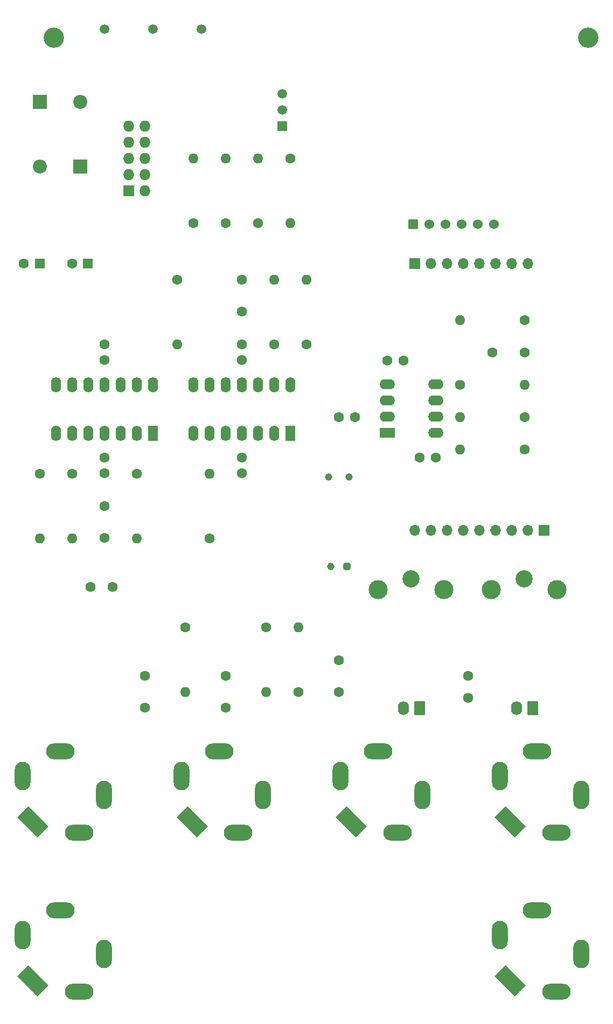
<source format=gts>
G04 #@! TF.GenerationSoftware,KiCad,Pcbnew,7.0.2-6a45011f42~172~ubuntu22.04.1*
G04 #@! TF.CreationDate,2023-05-18T09:51:25-04:00*
G04 #@! TF.ProjectId,springReverbRev2_BackPCB,73707269-6e67-4526-9576-657262526576,rev?*
G04 #@! TF.SameCoordinates,Original*
G04 #@! TF.FileFunction,Soldermask,Top*
G04 #@! TF.FilePolarity,Negative*
%FSLAX46Y46*%
G04 Gerber Fmt 4.6, Leading zero omitted, Abs format (unit mm)*
G04 Created by KiCad (PCBNEW 7.0.2-6a45011f42~172~ubuntu22.04.1) date 2023-05-18 09:51:25*
%MOMM*%
%LPD*%
G01*
G04 APERTURE LIST*
G04 Aperture macros list*
%AMRoundRect*
0 Rectangle with rounded corners*
0 $1 Rounding radius*
0 $2 $3 $4 $5 $6 $7 $8 $9 X,Y pos of 4 corners*
0 Add a 4 corners polygon primitive as box body*
4,1,4,$2,$3,$4,$5,$6,$7,$8,$9,$2,$3,0*
0 Add four circle primitives for the rounded corners*
1,1,$1+$1,$2,$3*
1,1,$1+$1,$4,$5*
1,1,$1+$1,$6,$7*
1,1,$1+$1,$8,$9*
0 Add four rect primitives between the rounded corners*
20,1,$1+$1,$2,$3,$4,$5,0*
20,1,$1+$1,$4,$5,$6,$7,0*
20,1,$1+$1,$6,$7,$8,$9,0*
20,1,$1+$1,$8,$9,$2,$3,0*%
%AMRotRect*
0 Rectangle, with rotation*
0 The origin of the aperture is its center*
0 $1 length*
0 $2 width*
0 $3 Rotation angle, in degrees counterclockwise*
0 Add horizontal line*
21,1,$1,$2,0,0,$3*%
G04 Aperture macros list end*
%ADD10O,2.500000X4.500001*%
%ADD11O,4.500001X2.500001*%
%ADD12RotRect,4.500001X2.500001X315.000000*%
%ADD13O,4.500000X2.500000*%
%ADD14O,2.500000X4.500000*%
%ADD15C,3.200000*%
%ADD16R,1.700000X1.700000*%
%ADD17O,1.700000X1.700000*%
%ADD18C,1.600000*%
%ADD19R,2.200000X2.200000*%
%ADD20O,2.200000X2.200000*%
%ADD21O,1.600000X1.600000*%
%ADD22RoundRect,0.287500X0.287500X-0.287500X0.287500X0.287500X-0.287500X0.287500X-0.287500X-0.287500X0*%
%ADD23C,1.150000*%
%ADD24C,1.500000*%
%ADD25R,1.600000X1.600000*%
%ADD26C,3.000000*%
%ADD27C,2.700000*%
%ADD28RoundRect,0.250000X0.620000X0.850000X-0.620000X0.850000X-0.620000X-0.850000X0.620000X-0.850000X0*%
%ADD29O,1.740000X2.200000*%
%ADD30RoundRect,0.050800X-0.711200X0.711200X-0.711200X-0.711200X0.711200X-0.711200X0.711200X0.711200X0*%
%ADD31C,1.524000*%
%ADD32R,1.600000X2.400000*%
%ADD33O,1.600000X2.400000*%
%ADD34R,1.500000X1.500000*%
%ADD35R,1.727200X1.727200*%
%ADD36O,1.727200X1.727200*%
%ADD37R,2.400000X1.600000*%
%ADD38O,2.400000X1.600000*%
G04 APERTURE END LIST*
D10*
G04 #@! TO.C,J904*
X118900000Y-167250000D03*
D11*
X115000000Y-173150000D03*
D12*
X107760000Y-171490000D03*
D13*
X112000000Y-160350000D03*
D14*
X106100000Y-164250000D03*
G04 #@! TD*
D15*
G04 #@! TO.C,H901*
X111000000Y-23250000D03*
G04 #@! TD*
G04 #@! TO.C,H902*
X195000000Y-23250000D03*
G04 #@! TD*
D16*
G04 #@! TO.C,J910*
X188100000Y-100640000D03*
D17*
X185560000Y-100640000D03*
X183020000Y-100640000D03*
X180480000Y-100640000D03*
X177940000Y-100640000D03*
X175400000Y-100640000D03*
X172860000Y-100640000D03*
X170320000Y-100640000D03*
X167780000Y-100640000D03*
G04 #@! TD*
D10*
G04 #@! TO.C,J906*
X193900000Y-142250000D03*
D11*
X190000000Y-148150000D03*
D12*
X182760000Y-146490000D03*
D13*
X187000000Y-135350000D03*
D14*
X181100000Y-139250000D03*
G04 #@! TD*
D10*
G04 #@! TO.C,J901*
X168900000Y-142250000D03*
D11*
X165000000Y-148150000D03*
D12*
X157760000Y-146490000D03*
D13*
X162000000Y-135350000D03*
D14*
X156100000Y-139250000D03*
G04 #@! TD*
D10*
G04 #@! TO.C,J905*
X143900000Y-142250000D03*
D11*
X140000000Y-148150000D03*
D12*
X132760000Y-146490000D03*
D13*
X137000000Y-135350000D03*
D14*
X131100000Y-139250000D03*
G04 #@! TD*
D10*
G04 #@! TO.C,J902*
X118900000Y-142250000D03*
D11*
X115000000Y-148150000D03*
D12*
X107760000Y-146490000D03*
D13*
X112000000Y-135350000D03*
D14*
X106100000Y-139250000D03*
G04 #@! TD*
D10*
G04 #@! TO.C,J903*
X193900000Y-167250000D03*
D11*
X190000000Y-173150000D03*
D12*
X182760000Y-171490000D03*
D13*
X187000000Y-160350000D03*
D14*
X181100000Y-164250000D03*
G04 #@! TD*
D16*
G04 #@! TO.C,J908*
X167780000Y-58730000D03*
D17*
X170320000Y-58730000D03*
X172860000Y-58730000D03*
X175400000Y-58730000D03*
X177940000Y-58730000D03*
X180480000Y-58730000D03*
X183020000Y-58730000D03*
X185560000Y-58730000D03*
G04 #@! TD*
D18*
G04 #@! TO.C,C4*
X140570000Y-66270000D03*
X140570000Y-61270000D03*
G04 #@! TD*
D19*
G04 #@! TO.C,D902*
X115165000Y-43500000D03*
D20*
X115165000Y-33340000D03*
G04 #@! TD*
D18*
G04 #@! TO.C,R108*
X130410000Y-61270000D03*
D21*
X130410000Y-71430000D03*
G04 #@! TD*
D18*
G04 #@! TO.C,C5*
X158350000Y-82860000D03*
X155850000Y-82860000D03*
G04 #@! TD*
G04 #@! TO.C,C110*
X118980000Y-96830000D03*
X118980000Y-101830000D03*
G04 #@! TD*
G04 #@! TO.C,C3*
X184980000Y-72700000D03*
X179980000Y-72700000D03*
G04 #@! TD*
G04 #@! TO.C,R110*
X135490000Y-101910000D03*
D21*
X135490000Y-91750000D03*
G04 #@! TD*
D18*
G04 #@! TO.C,R5*
X144380000Y-115880000D03*
D21*
X144380000Y-126040000D03*
G04 #@! TD*
D22*
G04 #@! TO.C,V101*
X157080000Y-106370000D03*
D23*
X154540000Y-106370000D03*
X157410000Y-92283000D03*
X154210000Y-92270000D03*
G04 #@! TD*
D24*
G04 #@! TO.C,TP902*
X126600000Y-21900000D03*
G04 #@! TD*
D18*
G04 #@! TO.C,R11*
X185020000Y-67620000D03*
D21*
X174860000Y-67620000D03*
G04 #@! TD*
D18*
G04 #@! TO.C,R107*
X124060000Y-91750000D03*
D21*
X124060000Y-101910000D03*
G04 #@! TD*
D18*
G04 #@! TO.C,R101*
X148190000Y-42220000D03*
D21*
X148190000Y-52380000D03*
G04 #@! TD*
D18*
G04 #@! TO.C,R18*
X145650000Y-71430000D03*
D21*
X145650000Y-61270000D03*
G04 #@! TD*
D18*
G04 #@! TO.C,R102*
X143110000Y-52380000D03*
D21*
X143110000Y-42220000D03*
G04 #@! TD*
D18*
G04 #@! TO.C,R4*
X131680000Y-115880000D03*
D21*
X131680000Y-126040000D03*
G04 #@! TD*
D18*
G04 #@! TO.C,R103*
X149460000Y-126040000D03*
D21*
X149460000Y-115880000D03*
G04 #@! TD*
D18*
G04 #@! TO.C,R104*
X132950000Y-52380000D03*
D21*
X132950000Y-42220000D03*
G04 #@! TD*
D18*
G04 #@! TO.C,C101*
X176130000Y-127000000D03*
X176130000Y-123500000D03*
G04 #@! TD*
D25*
G04 #@! TO.C,C102*
X108780000Y-58730000D03*
D18*
X106280000Y-58730000D03*
G04 #@! TD*
D26*
G04 #@! TO.C,X101*
X172320000Y-109960000D03*
X162020000Y-109960000D03*
D27*
X167170000Y-108260000D03*
G04 #@! TD*
D28*
G04 #@! TO.C,J912*
X186290000Y-128580000D03*
D29*
X183750000Y-128580000D03*
G04 #@! TD*
D18*
G04 #@! TO.C,R106*
X113900000Y-91750000D03*
D21*
X113900000Y-101910000D03*
G04 #@! TD*
D18*
G04 #@! TO.C,R6*
X185020000Y-82860000D03*
D21*
X174860000Y-82860000D03*
G04 #@! TD*
D18*
G04 #@! TO.C,C105*
X165930000Y-73970000D03*
X163430000Y-73970000D03*
G04 #@! TD*
G04 #@! TO.C,C107*
X140565000Y-71440000D03*
X140565000Y-73940000D03*
G04 #@! TD*
G04 #@! TO.C,C902*
X140565000Y-89220000D03*
X140565000Y-91720000D03*
G04 #@! TD*
G04 #@! TO.C,C108*
X155810000Y-121040000D03*
X155810000Y-126040000D03*
G04 #@! TD*
D30*
G04 #@! TO.C,Z$102*
X167510000Y-52620000D03*
D31*
X170050000Y-52620000D03*
X172590000Y-52620000D03*
X175130000Y-52620000D03*
X177670000Y-52620000D03*
X180210000Y-52620000D03*
G04 #@! TD*
D32*
G04 #@! TO.C,IC102*
X126600000Y-85400000D03*
D33*
X124060000Y-85400000D03*
X121520000Y-85400000D03*
X118980000Y-85400000D03*
X116440000Y-85400000D03*
X113900000Y-85400000D03*
X111360000Y-85400000D03*
X111360000Y-77780000D03*
X113900000Y-77780000D03*
X116440000Y-77780000D03*
X118980000Y-77780000D03*
X121520000Y-77780000D03*
X124060000Y-77780000D03*
X126600000Y-77780000D03*
G04 #@! TD*
D24*
G04 #@! TO.C,TP901*
X118980000Y-21900000D03*
G04 #@! TD*
D26*
G04 #@! TO.C,X102*
X190100000Y-109960000D03*
X179800000Y-109960000D03*
D27*
X184950000Y-108260000D03*
G04 #@! TD*
D32*
G04 #@! TO.C,IC103*
X148190000Y-85400000D03*
D33*
X145650000Y-85400000D03*
X143110000Y-85400000D03*
X140570000Y-85400000D03*
X138030000Y-85400000D03*
X135490000Y-85400000D03*
X132950000Y-85400000D03*
X132950000Y-77780000D03*
X135490000Y-77780000D03*
X138030000Y-77780000D03*
X140570000Y-77780000D03*
X143110000Y-77780000D03*
X145650000Y-77780000D03*
X148190000Y-77780000D03*
G04 #@! TD*
D28*
G04 #@! TO.C,J911*
X168510000Y-128580000D03*
D29*
X165970000Y-128580000D03*
G04 #@! TD*
D24*
G04 #@! TO.C,TP903*
X134220000Y-21900000D03*
G04 #@! TD*
D19*
G04 #@! TO.C,D901*
X108820000Y-33330000D03*
D20*
X108820000Y-43490000D03*
G04 #@! TD*
D18*
G04 #@! TO.C,C109*
X120250000Y-109530000D03*
X116750000Y-109530000D03*
G04 #@! TD*
D25*
G04 #@! TO.C,C103*
X116360000Y-58730000D03*
D18*
X113860000Y-58730000D03*
G04 #@! TD*
D34*
G04 #@! TO.C,U901*
X146920000Y-37140000D03*
D24*
X146920000Y-34600000D03*
X146920000Y-32060000D03*
G04 #@! TD*
D35*
G04 #@! TO.C,SV101*
X122790000Y-47300000D03*
D36*
X125330000Y-47300000D03*
X122790000Y-44760000D03*
X125330000Y-44760000D03*
X122790000Y-42220000D03*
X125330000Y-42220000D03*
X122790000Y-39680000D03*
X125330000Y-39680000D03*
X122790000Y-37140000D03*
X125330000Y-37140000D03*
G04 #@! TD*
D18*
G04 #@! TO.C,C106*
X118975000Y-89220000D03*
X118975000Y-91720000D03*
G04 #@! TD*
G04 #@! TO.C,C1*
X125330000Y-123540000D03*
X125330000Y-128540000D03*
G04 #@! TD*
G04 #@! TO.C,C104*
X171010000Y-89210000D03*
X168510000Y-89210000D03*
G04 #@! TD*
G04 #@! TO.C,C2*
X138030000Y-123540000D03*
X138030000Y-128540000D03*
G04 #@! TD*
D37*
G04 #@! TO.C,U7*
X163440000Y-85390000D03*
D38*
X163440000Y-82850000D03*
X163440000Y-80310000D03*
X163440000Y-77770000D03*
X171060000Y-77770000D03*
X171060000Y-80310000D03*
X171060000Y-82850000D03*
X171060000Y-85390000D03*
G04 #@! TD*
D18*
G04 #@! TO.C,R105*
X138030000Y-52380000D03*
D21*
X138030000Y-42220000D03*
G04 #@! TD*
D18*
G04 #@! TO.C,R19*
X150730000Y-71430000D03*
D21*
X150730000Y-61270000D03*
G04 #@! TD*
D18*
G04 #@! TO.C,R10*
X174860000Y-77780000D03*
D21*
X185020000Y-77780000D03*
G04 #@! TD*
D18*
G04 #@! TO.C,R3*
X185020000Y-87940000D03*
D21*
X174860000Y-87940000D03*
G04 #@! TD*
D18*
G04 #@! TO.C,C901*
X118975000Y-71440000D03*
X118975000Y-73940000D03*
G04 #@! TD*
G04 #@! TO.C,R109*
X108820000Y-91750000D03*
D21*
X108820000Y-101910000D03*
G04 #@! TD*
M02*

</source>
